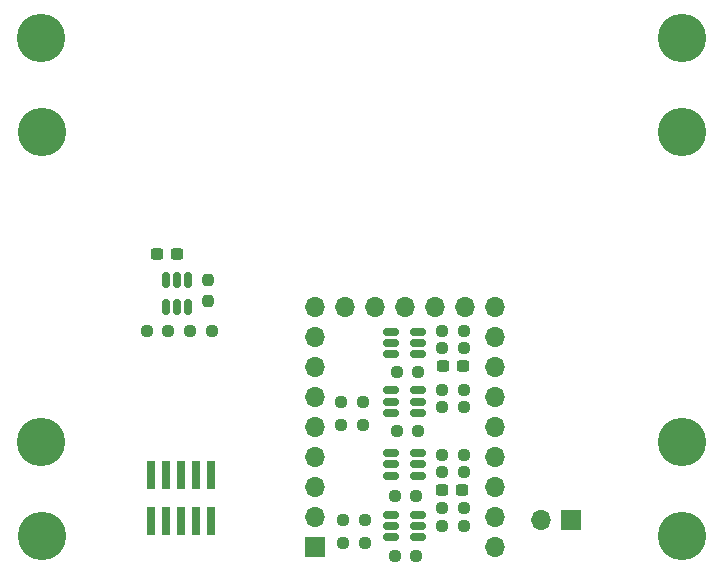
<source format=gbr>
%TF.GenerationSoftware,KiCad,Pcbnew,8.0.1-8.0.1-1~ubuntu22.04.1*%
%TF.CreationDate,2024-04-08T23:00:13-07:00*%
%TF.ProjectId,gps_interposer,6770735f-696e-4746-9572-706f7365722e,rev?*%
%TF.SameCoordinates,Original*%
%TF.FileFunction,Soldermask,Bot*%
%TF.FilePolarity,Negative*%
%FSLAX46Y46*%
G04 Gerber Fmt 4.6, Leading zero omitted, Abs format (unit mm)*
G04 Created by KiCad (PCBNEW 8.0.1-8.0.1-1~ubuntu22.04.1) date 2024-04-08 23:00:13*
%MOMM*%
%LPD*%
G01*
G04 APERTURE LIST*
G04 Aperture macros list*
%AMRoundRect*
0 Rectangle with rounded corners*
0 $1 Rounding radius*
0 $2 $3 $4 $5 $6 $7 $8 $9 X,Y pos of 4 corners*
0 Add a 4 corners polygon primitive as box body*
4,1,4,$2,$3,$4,$5,$6,$7,$8,$9,$2,$3,0*
0 Add four circle primitives for the rounded corners*
1,1,$1+$1,$2,$3*
1,1,$1+$1,$4,$5*
1,1,$1+$1,$6,$7*
1,1,$1+$1,$8,$9*
0 Add four rect primitives between the rounded corners*
20,1,$1+$1,$2,$3,$4,$5,0*
20,1,$1+$1,$4,$5,$6,$7,0*
20,1,$1+$1,$6,$7,$8,$9,0*
20,1,$1+$1,$8,$9,$2,$3,0*%
G04 Aperture macros list end*
%ADD10C,3.900000*%
%ADD11C,4.100000*%
%ADD12R,1.700000X1.700000*%
%ADD13O,1.700000X1.700000*%
%ADD14RoundRect,0.237500X-0.250000X-0.237500X0.250000X-0.237500X0.250000X0.237500X-0.250000X0.237500X0*%
%ADD15RoundRect,0.150000X0.512500X0.150000X-0.512500X0.150000X-0.512500X-0.150000X0.512500X-0.150000X0*%
%ADD16RoundRect,0.237500X0.250000X0.237500X-0.250000X0.237500X-0.250000X-0.237500X0.250000X-0.237500X0*%
%ADD17RoundRect,0.237500X-0.300000X-0.237500X0.300000X-0.237500X0.300000X0.237500X-0.300000X0.237500X0*%
%ADD18R,0.740000X2.400000*%
%ADD19RoundRect,0.150000X-0.150000X0.512500X-0.150000X-0.512500X0.150000X-0.512500X0.150000X0.512500X0*%
%ADD20RoundRect,0.237500X-0.237500X0.250000X-0.237500X-0.250000X0.237500X-0.250000X0.237500X0.250000X0*%
G04 APERTURE END LIST*
D10*
%TO.C,H4*%
X162900000Y-77900000D03*
D11*
X162900000Y-77900000D03*
%TD*%
D10*
%TO.C,H5*%
X162890000Y-69900000D03*
D11*
X162890000Y-69900000D03*
%TD*%
D10*
%TO.C,H8*%
X162890000Y-104100000D03*
D11*
X162890000Y-104100000D03*
%TD*%
D10*
%TO.C,H1*%
X217100000Y-77900000D03*
D11*
X217100000Y-77900000D03*
%TD*%
D10*
%TO.C,H3*%
X162900000Y-112100000D03*
D11*
X162900000Y-112100000D03*
%TD*%
D12*
%TO.C,J3*%
X207700000Y-110700000D03*
D13*
X205160000Y-110700000D03*
%TD*%
D10*
%TO.C,H2*%
X217100000Y-112100000D03*
D11*
X217100000Y-112100000D03*
%TD*%
D10*
%TO.C,H7*%
X217090000Y-104100000D03*
D11*
X217090000Y-104100000D03*
%TD*%
D10*
%TO.C,H6*%
X217090000Y-69900000D03*
D11*
X217090000Y-69900000D03*
%TD*%
D12*
%TO.C,U3*%
X186060000Y-113020000D03*
D13*
X186060000Y-110480000D03*
X186060000Y-107940000D03*
X186060000Y-105400000D03*
X186060000Y-102860000D03*
X186060000Y-100320000D03*
X186060000Y-97780000D03*
X186060000Y-95240000D03*
X186060000Y-92700000D03*
X188600000Y-92700000D03*
X191140000Y-92700000D03*
X193680000Y-92700000D03*
X196220000Y-92700000D03*
X198760000Y-92700000D03*
X201300000Y-92700000D03*
X201300000Y-95240000D03*
X201300000Y-97780000D03*
X201300000Y-100320000D03*
X201300000Y-102860000D03*
X201300000Y-105400000D03*
X201300000Y-107940000D03*
X201300000Y-110480000D03*
X201300000Y-113020000D03*
%TD*%
D14*
%TO.C,R3*%
X196800000Y-106700000D03*
X198625000Y-106700000D03*
%TD*%
D15*
%TO.C,U2*%
X194800000Y-105075000D03*
X194800000Y-106025000D03*
X194800000Y-106975000D03*
X192525000Y-106975000D03*
X192525000Y-106025000D03*
X192525000Y-105075000D03*
%TD*%
D14*
%TO.C,R8*%
X175475000Y-94700000D03*
X177300000Y-94700000D03*
%TD*%
D16*
%TO.C,R5*%
X198625000Y-109700000D03*
X196800000Y-109700000D03*
%TD*%
D14*
%TO.C,R14*%
X188435000Y-110700000D03*
X190260000Y-110700000D03*
%TD*%
D15*
%TO.C,U7*%
X194800000Y-94800000D03*
X194800000Y-95750000D03*
X194800000Y-96700000D03*
X192525000Y-96700000D03*
X192525000Y-95750000D03*
X192525000Y-94800000D03*
%TD*%
D16*
%TO.C,R4*%
X198625000Y-105200000D03*
X196800000Y-105200000D03*
%TD*%
D14*
%TO.C,R9*%
X171800000Y-94700000D03*
X173625000Y-94700000D03*
%TD*%
D15*
%TO.C,U1*%
X194800000Y-110300000D03*
X194800000Y-111250000D03*
X194800000Y-112200000D03*
X192525000Y-112200000D03*
X192525000Y-111250000D03*
X192525000Y-110300000D03*
%TD*%
D17*
%TO.C,C4*%
X196875000Y-97700000D03*
X198600000Y-97700000D03*
%TD*%
D14*
%TO.C,R13*%
X188435000Y-112700000D03*
X190260000Y-112700000D03*
%TD*%
%TO.C,R12*%
X196800000Y-101200000D03*
X198625000Y-101200000D03*
%TD*%
D15*
%TO.C,U5*%
X194800000Y-99750000D03*
X194800000Y-100700000D03*
X194800000Y-101650000D03*
X192525000Y-101650000D03*
X192525000Y-100700000D03*
X192525000Y-99750000D03*
%TD*%
D14*
%TO.C,R20*%
X192975000Y-98200000D03*
X194800000Y-98200000D03*
%TD*%
D16*
%TO.C,R10*%
X194800000Y-103200000D03*
X192975000Y-103200000D03*
%TD*%
D18*
%TO.C,J2*%
X172140000Y-106950000D03*
X172140000Y-110850000D03*
X173410000Y-106950000D03*
X173410000Y-110850000D03*
X174680000Y-106950000D03*
X174680000Y-110850000D03*
X175950000Y-106950000D03*
X175950000Y-110850000D03*
X177220000Y-106950000D03*
X177220000Y-110850000D03*
%TD*%
D19*
%TO.C,U4*%
X173400000Y-90425000D03*
X174350000Y-90425000D03*
X175300000Y-90425000D03*
X175300000Y-92700000D03*
X174350000Y-92700000D03*
X173400000Y-92700000D03*
%TD*%
D14*
%TO.C,R27*%
X196800000Y-96200000D03*
X198625000Y-96200000D03*
%TD*%
D20*
%TO.C,R7*%
X176975000Y-90375000D03*
X176975000Y-92200000D03*
%TD*%
D14*
%TO.C,R16*%
X188260000Y-100700000D03*
X190085000Y-100700000D03*
%TD*%
%TO.C,R6*%
X196800000Y-111200000D03*
X198625000Y-111200000D03*
%TD*%
%TO.C,R1*%
X192800000Y-108700000D03*
X194625000Y-108700000D03*
%TD*%
%TO.C,R15*%
X188260000Y-102700000D03*
X190085000Y-102700000D03*
%TD*%
D17*
%TO.C,C1*%
X172675000Y-88200000D03*
X174400000Y-88200000D03*
%TD*%
D16*
%TO.C,R2*%
X194625000Y-113750000D03*
X192800000Y-113750000D03*
%TD*%
D17*
%TO.C,C2*%
X196800000Y-108200000D03*
X198525000Y-108200000D03*
%TD*%
D16*
%TO.C,R21*%
X198625000Y-94700000D03*
X196800000Y-94700000D03*
%TD*%
%TO.C,R11*%
X198625000Y-99700000D03*
X196800000Y-99700000D03*
%TD*%
M02*

</source>
